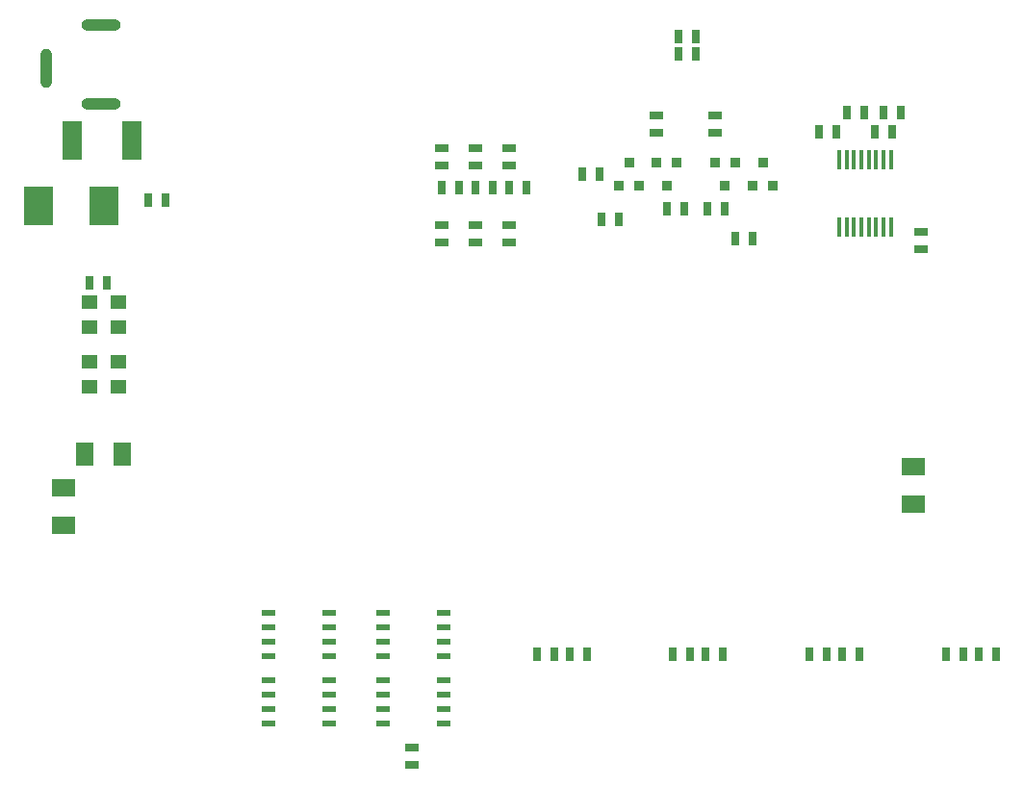
<source format=gtp>
G04 (created by PCBNEW (2014-01-10 BZR 4027)-stable) date Tue 11 Mar 2014 09:34:13 AM CET*
%MOIN*%
G04 Gerber Fmt 3.4, Leading zero omitted, Abs format*
%FSLAX34Y34*%
G01*
G70*
G90*
G04 APERTURE LIST*
%ADD10C,0.00590551*%
%ADD11R,0.036X0.036*%
%ADD12R,0.045X0.02*%
%ADD13R,0.08X0.06*%
%ADD14R,0.045X0.025*%
%ADD15R,0.025X0.045*%
%ADD16R,0.0700787X0.137795*%
%ADD17R,0.0984X0.1378*%
%ADD18O,0.0394X0.1378*%
%ADD19O,0.1378X0.0394*%
%ADD20R,0.0118X0.0701*%
%ADD21R,0.0551X0.0472*%
%ADD22R,0.06X0.08*%
G04 APERTURE END LIST*
G54D10*
G54D11*
X91525Y-46785D03*
X92225Y-46785D03*
X91875Y-47585D03*
X89515Y-46785D03*
X90215Y-46785D03*
X89865Y-47585D03*
X88905Y-47585D03*
X88205Y-47585D03*
X88555Y-46785D03*
X93535Y-47585D03*
X92835Y-47585D03*
X93185Y-46785D03*
G54D12*
X76060Y-66210D03*
X78160Y-66210D03*
X76060Y-65710D03*
X76060Y-65210D03*
X76060Y-64710D03*
X78160Y-65710D03*
X78160Y-65210D03*
X78160Y-64710D03*
X80045Y-63890D03*
X82145Y-63890D03*
X80045Y-63390D03*
X80045Y-62890D03*
X80045Y-62390D03*
X82145Y-63390D03*
X82145Y-62890D03*
X82145Y-62390D03*
X76050Y-63885D03*
X78150Y-63885D03*
X76050Y-63385D03*
X76050Y-62885D03*
X76050Y-62385D03*
X78150Y-63385D03*
X78150Y-62885D03*
X78150Y-62385D03*
X80045Y-66210D03*
X82145Y-66210D03*
X80045Y-65710D03*
X80045Y-65210D03*
X80045Y-64710D03*
X82145Y-65710D03*
X82145Y-65210D03*
X82145Y-64710D03*
G54D13*
X68950Y-58050D03*
X68950Y-59350D03*
G54D14*
X82065Y-46895D03*
X82065Y-46295D03*
X83235Y-49570D03*
X83235Y-48970D03*
X82065Y-49570D03*
X82065Y-48970D03*
X84405Y-46890D03*
X84405Y-46290D03*
X83235Y-46895D03*
X83235Y-46295D03*
G54D15*
X91275Y-48375D03*
X91875Y-48375D03*
X84405Y-47665D03*
X85005Y-47665D03*
X83235Y-47665D03*
X83835Y-47665D03*
X82065Y-47665D03*
X82665Y-47665D03*
G54D14*
X84405Y-49570D03*
X84405Y-48970D03*
G54D15*
X92835Y-49425D03*
X92235Y-49425D03*
X87605Y-48760D03*
X88205Y-48760D03*
X89865Y-48375D03*
X90465Y-48375D03*
G54D14*
X89515Y-45170D03*
X89515Y-45770D03*
X91525Y-45770D03*
X91525Y-45170D03*
G54D15*
X90265Y-43020D03*
X90865Y-43020D03*
X90265Y-42420D03*
X90865Y-42420D03*
X71905Y-48090D03*
X72505Y-48090D03*
G54D16*
X69265Y-46020D03*
X71324Y-46020D03*
G54D17*
X68103Y-48295D03*
X70367Y-48295D03*
G54D18*
X68380Y-43539D03*
G54D19*
X70271Y-44764D03*
X70271Y-42009D03*
G54D20*
X97628Y-46681D03*
X97372Y-46681D03*
X97116Y-46681D03*
X96860Y-46681D03*
X96604Y-46681D03*
X96348Y-46681D03*
X96092Y-46681D03*
X95836Y-46681D03*
X95836Y-49019D03*
X96092Y-49019D03*
X96348Y-49019D03*
X96604Y-49019D03*
X96860Y-49019D03*
X97116Y-49019D03*
X97372Y-49019D03*
X97628Y-49019D03*
G54D15*
X100125Y-63835D03*
X99525Y-63835D03*
X97070Y-45725D03*
X97670Y-45725D03*
X95400Y-63835D03*
X94800Y-63835D03*
X90675Y-63835D03*
X90075Y-63835D03*
X101265Y-63835D03*
X100665Y-63835D03*
X96540Y-63835D03*
X95940Y-63835D03*
X91815Y-63835D03*
X91215Y-63835D03*
X87090Y-63835D03*
X86490Y-63835D03*
X85950Y-63835D03*
X85350Y-63835D03*
X95730Y-45725D03*
X95130Y-45725D03*
X97375Y-45065D03*
X97975Y-45065D03*
X96100Y-45065D03*
X96700Y-45065D03*
G54D21*
X69865Y-52503D03*
X70865Y-52503D03*
X70865Y-51637D03*
X69865Y-51637D03*
X69860Y-54553D03*
X70860Y-54553D03*
X70860Y-53687D03*
X69860Y-53687D03*
G54D22*
X70990Y-56880D03*
X69690Y-56880D03*
G54D15*
X69865Y-50960D03*
X70465Y-50960D03*
G54D14*
X81030Y-67050D03*
X81030Y-67650D03*
X98665Y-49780D03*
X98665Y-49180D03*
G54D15*
X87530Y-47185D03*
X86930Y-47185D03*
G54D13*
X98400Y-57325D03*
X98400Y-58625D03*
M02*

</source>
